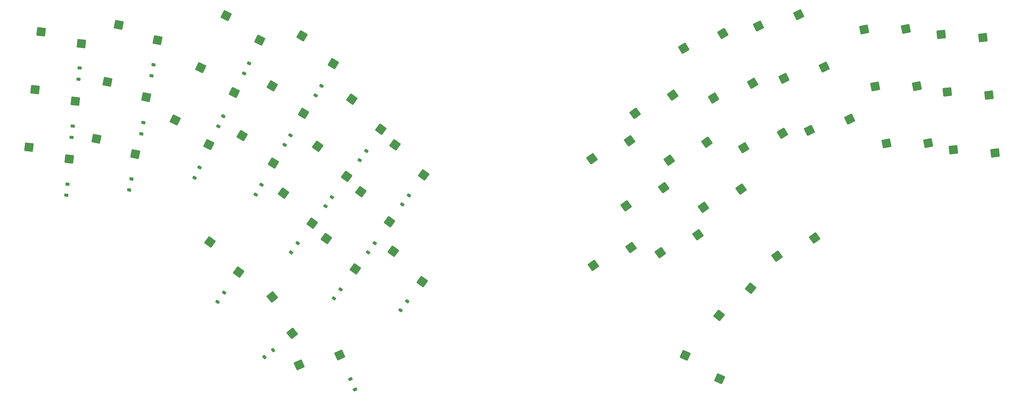
<source format=gbp>
G04 #@! TF.GenerationSoftware,KiCad,Pcbnew,8.0.3*
G04 #@! TF.CreationDate,2024-06-16T15:20:09+01:00*
G04 #@! TF.ProjectId,ykb,796b622e-6b69-4636-9164-5f7063625858,v1.0.0*
G04 #@! TF.SameCoordinates,Original*
G04 #@! TF.FileFunction,Paste,Bot*
G04 #@! TF.FilePolarity,Positive*
%FSLAX46Y46*%
G04 Gerber Fmt 4.6, Leading zero omitted, Abs format (unit mm)*
G04 Created by KiCad (PCBNEW 8.0.3) date 2024-06-16 15:20:09*
%MOMM*%
%LPD*%
G01*
G04 APERTURE LIST*
G04 Aperture macros list*
%AMRoundRect*
0 Rectangle with rounded corners*
0 $1 Rounding radius*
0 $2 $3 $4 $5 $6 $7 $8 $9 X,Y pos of 4 corners*
0 Add a 4 corners polygon primitive as box body*
4,1,4,$2,$3,$4,$5,$6,$7,$8,$9,$2,$3,0*
0 Add four circle primitives for the rounded corners*
1,1,$1+$1,$2,$3*
1,1,$1+$1,$4,$5*
1,1,$1+$1,$6,$7*
1,1,$1+$1,$8,$9*
0 Add four rect primitives between the rounded corners*
20,1,$1+$1,$2,$3,$4,$5,0*
20,1,$1+$1,$4,$5,$6,$7,0*
20,1,$1+$1,$6,$7,$8,$9,0*
20,1,$1+$1,$8,$9,$2,$3,0*%
G04 Aperture macros list end*
%ADD10RoundRect,0.250000X-1.343121X-0.496640X0.529647X-1.330451X1.343121X0.496640X-0.529647X1.330451X0*%
%ADD11RoundRect,0.250000X0.132093X-1.425895X1.422199X0.167254X-0.132093X1.425895X-1.422199X-0.167254X0*%
%ADD12RoundRect,0.250000X-0.241457X-1.411497X1.417028X-0.206537X0.241457X1.411497X-1.417028X0.206537X0*%
%ADD13RoundRect,0.250000X-0.363558X-1.385081X1.393635X-0.329253X0.363558X1.385081X-1.393635X0.329253X0*%
%ADD14RoundRect,0.250000X-0.482893X-1.348124X1.359635X-0.449464X0.482893X1.348124X-1.359635X0.449464X0*%
%ADD15RoundRect,0.250000X-0.815359X-1.177206X1.196977X-0.786048X0.815359X1.177206X-1.196977X0.786048X0*%
%ADD16RoundRect,0.250000X-0.914856X-1.101664X1.123913X-0.887380X0.914856X1.101664X-1.123913X0.887380X0*%
%ADD17RoundRect,0.250000X-0.529647X-1.330451X1.343121X-0.496640X0.529647X1.330451X-1.343121X0.496640X0*%
%ADD18RoundRect,0.250000X-1.422199X0.167254X-0.132093X-1.425895X1.422199X-0.167254X0.132093X1.425895X0*%
%ADD19RoundRect,0.250000X-1.417028X-0.206537X0.241457X-1.411497X1.417028X0.206537X-0.241457X1.411497X0*%
%ADD20RoundRect,0.250000X-1.393635X-0.329253X0.363558X-1.385081X1.393635X0.329253X-0.363558X1.385081X0*%
%ADD21RoundRect,0.250000X-1.359635X-0.449464X0.482893X-1.348124X1.359635X0.449464X-0.482893X1.348124X0*%
%ADD22RoundRect,0.250000X-1.196977X-0.786048X0.815359X-1.177206X1.196977X0.786048X-0.815359X1.177206X0*%
%ADD23RoundRect,0.250000X-1.123913X-0.887380X0.914856X-1.101664X1.123913X0.887380X-0.914856X1.101664X0*%
%ADD24RoundRect,0.225000X0.434095X-0.053021X0.251064X0.358074X-0.434095X0.053021X-0.251064X-0.358074X0*%
%ADD25RoundRect,0.225000X0.061137X-0.433027X0.410853X-0.149833X-0.061137X0.433027X-0.410853X0.149833X0*%
%ADD26RoundRect,0.225000X0.171130X-0.402448X0.435633X-0.038391X-0.171130X0.402448X-0.435633X0.038391X0*%
%ADD27RoundRect,0.225000X0.205554X-0.386002X0.437321X-0.000277X-0.205554X0.386002X-0.437321X0.000277X0*%
%ADD28RoundRect,0.225000X0.238414X-0.366618X0.435681X0.037839X-0.238414X0.366618X-0.435681X-0.037839X0*%
%ADD29RoundRect,0.225000X0.325178X-0.292419X0.411042X0.149313X-0.325178X0.292419X-0.411042X-0.149313X0*%
%ADD30RoundRect,0.225000X0.349427X-0.262966X0.396465X0.184569X-0.349427X0.262966X-0.396465X-0.184569X0*%
G04 APERTURE END LIST*
D10*
G04 #@! TO.C,S44*
X278243011Y-206490642D03*
X288310736Y-213381282D03*
G04 #@! TD*
D11*
G04 #@! TO.C,S43*
X288093157Y-194811885D03*
X297354723Y-186870638D03*
G04 #@! TD*
D12*
G04 #@! TO.C,S42*
X305054604Y-177438948D03*
X316055935Y-172165363D03*
G04 #@! TD*
G04 #@! TO.C,S41*
X251412037Y-180164861D03*
X262413368Y-174891276D03*
G04 #@! TD*
G04 #@! TO.C,S40*
X250985819Y-148954793D03*
X261987150Y-143681208D03*
G04 #@! TD*
G04 #@! TO.C,S39*
X260978168Y-162708082D03*
X271979499Y-157434497D03*
G04 #@! TD*
G04 #@! TO.C,S38*
X270970517Y-176461371D03*
X281971848Y-171187786D03*
G04 #@! TD*
G04 #@! TO.C,S37*
X263549655Y-135624001D03*
X274550986Y-130350416D03*
G04 #@! TD*
G04 #@! TO.C,S36*
X273542004Y-149377290D03*
X284543335Y-144103705D03*
G04 #@! TD*
G04 #@! TO.C,S35*
X283534353Y-163130579D03*
X294535684Y-157856994D03*
G04 #@! TD*
D13*
G04 #@! TO.C,S34*
X277778687Y-116597864D03*
X289197778Y-112303176D03*
G04 #@! TD*
G04 #@! TO.C,S33*
X286534334Y-131169708D03*
X297953425Y-126875020D03*
G04 #@! TD*
G04 #@! TO.C,S32*
X295289981Y-145741552D03*
X306709072Y-141446864D03*
G04 #@! TD*
D14*
G04 #@! TO.C,S31*
X299661044Y-110094134D03*
X311410989Y-106811027D03*
G04 #@! TD*
G04 #@! TO.C,S30*
X307113353Y-125373633D03*
X318863298Y-122090526D03*
G04 #@! TD*
G04 #@! TO.C,S29*
X314565663Y-140653132D03*
X326315608Y-137370025D03*
G04 #@! TD*
D15*
G04 #@! TO.C,S28*
X330547655Y-111093609D03*
X342746961Y-110963481D03*
G04 #@! TD*
G04 #@! TO.C,S27*
X333791407Y-127781271D03*
X345990713Y-127651143D03*
G04 #@! TD*
G04 #@! TO.C,S26*
X337035160Y-144468934D03*
X349234466Y-144338806D03*
G04 #@! TD*
D16*
G04 #@! TO.C,S25*
X353075909Y-112504993D03*
X365240134Y-113438600D03*
G04 #@! TD*
G04 #@! TO.C,S24*
X354852893Y-129411865D03*
X367017118Y-130345472D03*
G04 #@! TD*
G04 #@! TO.C,S23*
X356629877Y-146318737D03*
X368794102Y-147252344D03*
G04 #@! TD*
D17*
G04 #@! TO.C,S22*
X165362171Y-209337799D03*
X177219537Y-206466759D03*
G04 #@! TD*
D18*
G04 #@! TO.C,S21*
X157501599Y-189371863D03*
X163343723Y-200082119D03*
G04 #@! TD*
D19*
G04 #@! TO.C,S20*
X139282276Y-173324452D03*
X147697352Y-182157712D03*
G04 #@! TD*
G04 #@! TO.C,S19*
X192924844Y-176050365D03*
X201339920Y-184883625D03*
G04 #@! TD*
G04 #@! TO.C,S18*
X193351062Y-144840297D03*
X201766138Y-153673557D03*
G04 #@! TD*
G04 #@! TO.C,S17*
X183358712Y-158593586D03*
X191773788Y-167426846D03*
G04 #@! TD*
G04 #@! TO.C,S16*
X173366363Y-172346875D03*
X181781439Y-181180135D03*
G04 #@! TD*
G04 #@! TO.C,S15*
X180787225Y-131509505D03*
X189202301Y-140342765D03*
G04 #@! TD*
G04 #@! TO.C,S14*
X170794876Y-145262794D03*
X179209952Y-154096054D03*
G04 #@! TD*
G04 #@! TO.C,S13*
X160802527Y-159016083D03*
X169217603Y-167849343D03*
G04 #@! TD*
D20*
G04 #@! TO.C,S12*
X166221141Y-112992598D03*
X175374065Y-121058823D03*
G04 #@! TD*
G04 #@! TO.C,S11*
X157465494Y-127564442D03*
X166618418Y-135630667D03*
G04 #@! TD*
G04 #@! TO.C,S10*
X148709847Y-142136286D03*
X157862771Y-150202511D03*
G04 #@! TD*
D21*
G04 #@! TO.C,S9*
X144047398Y-107025536D03*
X153868510Y-114263336D03*
G04 #@! TD*
G04 #@! TO.C,S8*
X136595088Y-122305035D03*
X146416200Y-129542835D03*
G04 #@! TD*
G04 #@! TO.C,S7*
X129142779Y-137584534D03*
X138963891Y-144822334D03*
G04 #@! TD*
D22*
G04 #@! TO.C,S6*
X112580955Y-109757946D03*
X123940701Y-114207234D03*
G04 #@! TD*
G04 #@! TO.C,S5*
X109337202Y-126445608D03*
X120696948Y-130894896D03*
G04 #@! TD*
G04 #@! TO.C,S4*
X106093449Y-143133271D03*
X117453195Y-147582559D03*
G04 #@! TD*
D23*
G04 #@! TO.C,S3*
X89962437Y-111773294D03*
X101666737Y-115215584D03*
G04 #@! TD*
G04 #@! TO.C,S2*
X88185453Y-128680166D03*
X99889753Y-132122456D03*
G04 #@! TD*
G04 #@! TO.C,S1*
X86408469Y-145587038D03*
X98112769Y-149029328D03*
G04 #@! TD*
D24*
G04 #@! TO.C,D22*
X181671115Y-216507350D03*
X180328885Y-213492650D03*
G04 #@! TD*
D25*
G04 #@! TO.C,D21*
X155217709Y-207038379D03*
X157782291Y-204961621D03*
G04 #@! TD*
D26*
G04 #@! TO.C,D20*
X141530154Y-190834878D03*
X143469846Y-188165122D03*
G04 #@! TD*
G04 #@! TO.C,D19*
X195030154Y-193334878D03*
X196969846Y-190665122D03*
G04 #@! TD*
G04 #@! TO.C,D18*
X195530154Y-162334878D03*
X197469846Y-159665122D03*
G04 #@! TD*
G04 #@! TO.C,D17*
X185530154Y-176334878D03*
X187469846Y-173665122D03*
G04 #@! TD*
G04 #@! TO.C,D16*
X175530154Y-189834878D03*
X177469846Y-187165122D03*
G04 #@! TD*
G04 #@! TO.C,D15*
X183030154Y-149334878D03*
X184969846Y-146665122D03*
G04 #@! TD*
G04 #@! TO.C,D14*
X173030154Y-162834878D03*
X174969846Y-160165122D03*
G04 #@! TD*
G04 #@! TO.C,D13*
X163030154Y-176334878D03*
X164969846Y-173665122D03*
G04 #@! TD*
D27*
G04 #@! TO.C,D12*
X170150187Y-130414326D03*
X171849813Y-127585674D03*
G04 #@! TD*
G04 #@! TO.C,D11*
X161150187Y-144914326D03*
X162849813Y-142085674D03*
G04 #@! TD*
G04 #@! TO.C,D10*
X152650187Y-159414326D03*
X154349813Y-156585674D03*
G04 #@! TD*
D28*
G04 #@! TO.C,D9*
X149276688Y-123983010D03*
X150723312Y-121016990D03*
G04 #@! TD*
G04 #@! TO.C,D8*
X141776688Y-139483010D03*
X143223312Y-136516990D03*
G04 #@! TD*
G04 #@! TO.C,D7*
X134776688Y-154483010D03*
X136223312Y-151516990D03*
G04 #@! TD*
D29*
G04 #@! TO.C,D6*
X122185165Y-124619685D03*
X122814835Y-121380315D03*
G04 #@! TD*
G04 #@! TO.C,D5*
X119185165Y-141619685D03*
X119814835Y-138380315D03*
G04 #@! TD*
G04 #@! TO.C,D4*
X115685165Y-158119685D03*
X116314835Y-154880315D03*
G04 #@! TD*
D30*
G04 #@! TO.C,D3*
X100827528Y-125640961D03*
X101172472Y-122359039D03*
G04 #@! TD*
G04 #@! TO.C,D2*
X98827528Y-142640961D03*
X99172472Y-139359039D03*
G04 #@! TD*
G04 #@! TO.C,D1*
X97327528Y-159640961D03*
X97672472Y-156359039D03*
G04 #@! TD*
M02*

</source>
